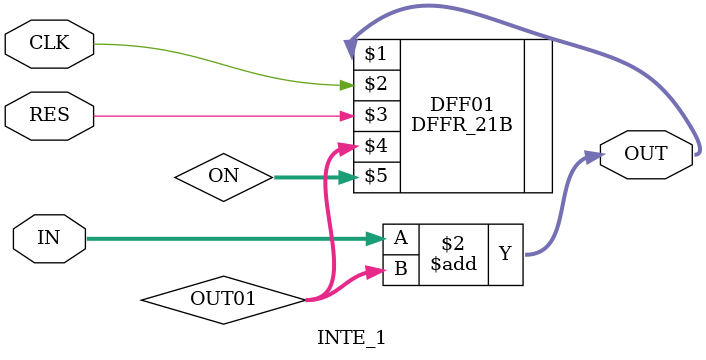
<source format=v>
module INTE_1(IN, CLK, RES, OUT);

			input  signed[14:0] IN;
			input CLK,RES;
			output signed[20:0] OUT;
			reg signed [20:0] OUT;
			wire  signed [20:0] OUT01,ON;
			
	DFFR_21B DFF01(OUT, CLK, RES, OUT01, ON);

	always@(IN or OUT01) OUT = IN + OUT01;
	
endmodule 

</source>
